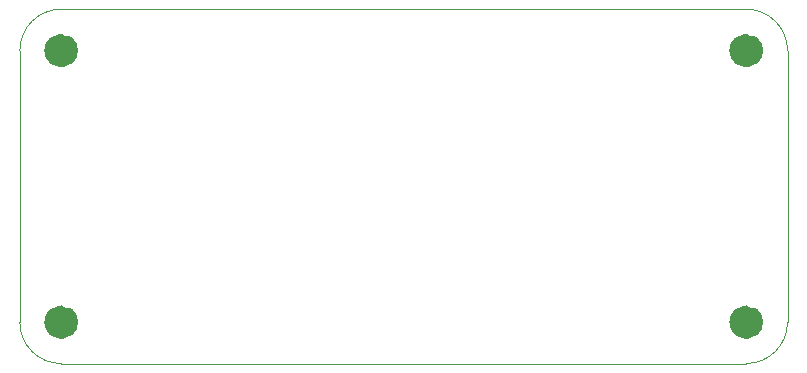
<source format=gbr>
%TF.GenerationSoftware,KiCad,Pcbnew,(5.99.0-12060-g1fa5e43597)*%
%TF.CreationDate,2021-08-23T09:05:39-07:00*%
%TF.ProjectId,uplift_hat,75706c69-6674-45f6-9861-742e6b696361,rev?*%
%TF.SameCoordinates,Original*%
%TF.FileFunction,Profile,NP*%
%FSLAX46Y46*%
G04 Gerber Fmt 4.6, Leading zero omitted, Abs format (unit mm)*
G04 Created by KiCad (PCBNEW (5.99.0-12060-g1fa5e43597)) date 2021-08-23 09:05:39*
%MOMM*%
%LPD*%
G01*
G04 APERTURE LIST*
%TA.AperFunction,Profile*%
%ADD10C,1.425000*%
%TD*%
%TA.AperFunction,Profile*%
%ADD11C,0.100000*%
%TD*%
G04 APERTURE END LIST*
D10*
X104212500Y-126500000D02*
G75*
G03*
X104212500Y-126500000I-712500J0D01*
G01*
D11*
X103500000Y-100000000D02*
X161500000Y-100000000D01*
X103500000Y-130000000D02*
G75*
G02*
X100000000Y-126500000I0J3500000D01*
G01*
X100000000Y-103500000D02*
G75*
G02*
X103500000Y-100000000I3500000J0D01*
G01*
D10*
X162212500Y-126500000D02*
G75*
G03*
X162212500Y-126500000I-712500J0D01*
G01*
D11*
X165000000Y-103500000D02*
X165000000Y-126500000D01*
D10*
X162212500Y-103500000D02*
G75*
G03*
X162212500Y-103500000I-712500J0D01*
G01*
D11*
X165000000Y-103500000D02*
G75*
G03*
X161500000Y-100000000I-3500000J0D01*
G01*
X100000000Y-126500000D02*
X100000000Y-103500000D01*
X161500000Y-130000000D02*
X103500000Y-130000000D01*
X161500000Y-130000000D02*
G75*
G03*
X165000000Y-126500000I0J3500000D01*
G01*
D10*
X104212500Y-103500000D02*
G75*
G03*
X104212500Y-103500000I-712500J0D01*
G01*
M02*

</source>
